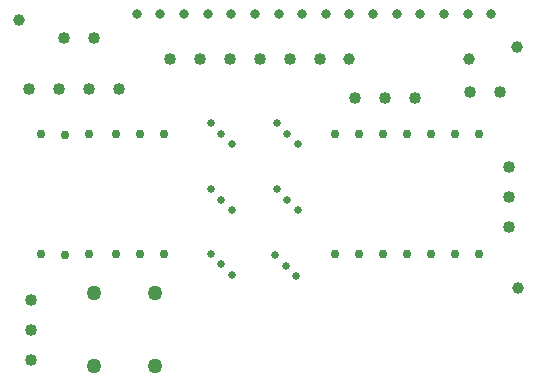
<source format=gbr>
G04 PROTEUS GERBER X2 FILE*
%TF.GenerationSoftware,Labcenter,Proteus,8.5-SP0-Build22067*%
%TF.CreationDate,2017-11-28T10:59:28+00:00*%
%TF.FileFunction,Plated,1,16,PTH*%
%TF.FilePolarity,Positive*%
%TF.Part,Single*%
%FSLAX45Y45*%
%MOMM*%
G01*
%TA.AperFunction,ComponentDrill*%
%ADD44C,0.762000*%
%ADD45C,1.016000*%
%ADD46C,0.635000*%
%ADD47C,1.270000*%
%ADD48C,1.000000*%
%ADD49C,0.812800*%
D44*
X+4152900Y+1498600D03*
X+4152900Y+482600D03*
D45*
X+3098800Y+1803400D03*
X+3352800Y+1803400D03*
X+3606800Y+1803400D03*
X+1536700Y+2133600D03*
X+1790700Y+2133600D03*
X+2044700Y+2133600D03*
X+2298700Y+2133600D03*
X+2552700Y+2133600D03*
X+2806700Y+2133600D03*
X+342900Y+1879600D03*
X+596900Y+1879600D03*
X+850900Y+1879600D03*
X+1104900Y+1879600D03*
D46*
X+1878698Y+1588402D03*
X+1968500Y+1498600D03*
X+2058303Y+1408797D03*
X+1878697Y+1029602D03*
X+1968500Y+939800D03*
X+2058302Y+849997D03*
X+1878697Y+483502D03*
X+1968500Y+393700D03*
X+2058302Y+303897D03*
X+2437497Y+1588402D03*
X+2527300Y+1498600D03*
X+2617102Y+1408797D03*
X+2437498Y+1029603D03*
X+2527300Y+939800D03*
X+2617103Y+849998D03*
X+2424798Y+470803D03*
X+2514600Y+381000D03*
X+2604403Y+291198D03*
D44*
X+1485900Y+1498600D03*
X+1485899Y+482600D03*
X+1282700Y+1498600D03*
X+1282700Y+482600D03*
X+1079500Y+1498600D03*
X+1079500Y+482600D03*
X+850899Y+1498600D03*
X+850900Y+482600D03*
X+647700Y+1485899D03*
X+647701Y+469899D03*
X+444500Y+1498598D03*
X+444500Y+482598D03*
X+2933700Y+1498600D03*
X+2933700Y+482600D03*
X+3136900Y+1498600D03*
X+3136900Y+482600D03*
X+3543300Y+1498600D03*
X+3543300Y+482600D03*
X+3340100Y+1498600D03*
X+3340100Y+482600D03*
X+3949700Y+1498600D03*
X+3949700Y+482600D03*
X+3746500Y+1498600D03*
X+3746500Y+482600D03*
D45*
X+4406900Y+711200D03*
X+4406900Y+965200D03*
X+4406900Y+1219200D03*
D47*
X+1409700Y-469900D03*
X+1409700Y+150100D03*
X+889000Y-469900D03*
X+889000Y+150100D03*
D45*
X+889000Y+2311400D03*
X+635000Y+2311400D03*
X+355600Y+88900D03*
X+355600Y-165100D03*
X+355600Y-419100D03*
X+4076700Y+1854199D03*
X+4330700Y+1854199D03*
D48*
X+3048000Y+2133600D03*
X+4064000Y+2133600D03*
D49*
X+1254300Y+2514600D03*
X+1454300Y+2514600D03*
X+1654300Y+2514600D03*
X+1854300Y+2514600D03*
X+2054300Y+2514600D03*
X+2254300Y+2514600D03*
X+2454300Y+2514600D03*
X+2654300Y+2514600D03*
X+2854300Y+2514600D03*
X+3054300Y+2514600D03*
X+3254300Y+2514600D03*
X+3454300Y+2514600D03*
X+3654300Y+2514600D03*
X+3854300Y+2514600D03*
X+4054300Y+2514600D03*
X+4254300Y+2514600D03*
D48*
X+254000Y+2463800D03*
X+4483100Y+190500D03*
X+4470400Y+2235200D03*
M02*

</source>
